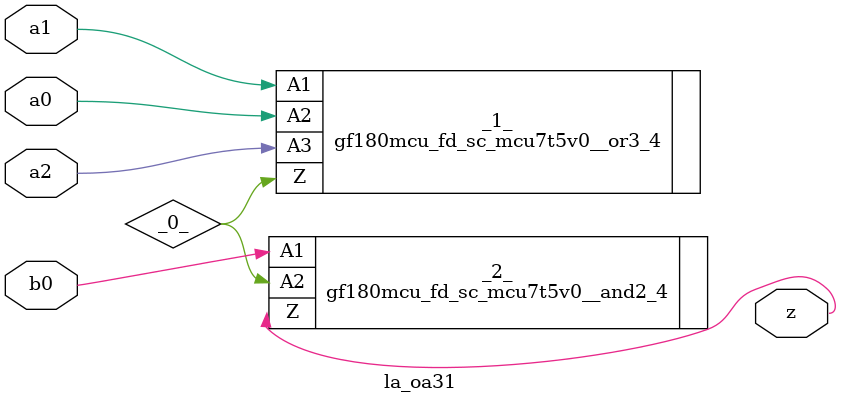
<source format=v>

/* Generated by Yosys 0.44 (git sha1 80ba43d26, g++ 11.4.0-1ubuntu1~22.04 -fPIC -O3) */

(* top =  1  *)
(* src = "generated" *)
(* keep_hierarchy *)
module la_oa31 (
    a0,
    a1,
    a2,
    b0,
    z
);
  wire _0_;
  (* src = "generated" *)
  input a0;
  wire a0;
  (* src = "generated" *)
  input a1;
  wire a1;
  (* src = "generated" *)
  input a2;
  wire a2;
  (* src = "generated" *)
  input b0;
  wire b0;
  (* src = "generated" *)
  output z;
  wire z;
  gf180mcu_fd_sc_mcu7t5v0__or3_4 _1_ (
      .A1(a1),
      .A2(a0),
      .A3(a2),
      .Z (_0_)
  );
  gf180mcu_fd_sc_mcu7t5v0__and2_4 _2_ (
      .A1(b0),
      .A2(_0_),
      .Z (z)
  );
endmodule

</source>
